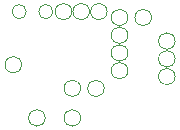
<source format=gbr>
%TF.GenerationSoftware,KiCad,Pcbnew,5.1.6-c6e7f7d~87~ubuntu18.04.1*%
%TF.CreationDate,2020-08-02T18:45:10+02:00*%
%TF.ProjectId,SKnob,534b6e6f-622e-46b6-9963-61645f706362,1.0*%
%TF.SameCoordinates,Original*%
%TF.FileFunction,Legend,Bot*%
%TF.FilePolarity,Positive*%
%FSLAX46Y46*%
G04 Gerber Fmt 4.6, Leading zero omitted, Abs format (unit mm)*
G04 Created by KiCad (PCBNEW 5.1.6-c6e7f7d~87~ubuntu18.04.1) date 2020-08-02 18:45:10*
%MOMM*%
%LPD*%
G01*
G04 APERTURE LIST*
%ADD10C,0.120000*%
G04 APERTURE END LIST*
D10*
%TO.C,TP19*%
X110100000Y-77500000D02*
G75*
G03*
X110100000Y-77500000I-600000J0D01*
G01*
%TO.C,TP18*%
X112350000Y-77500000D02*
G75*
G03*
X112350000Y-77500000I-600000J0D01*
G01*
%TO.C,TP17*%
X113950000Y-77500000D02*
G75*
G03*
X113950000Y-77500000I-700000J0D01*
G01*
%TO.C,TP16*%
X122700000Y-81500000D02*
G75*
G03*
X122700000Y-81500000I-700000J0D01*
G01*
%TO.C,TP15*%
X122700000Y-83000000D02*
G75*
G03*
X122700000Y-83000000I-700000J0D01*
G01*
%TO.C,TP14*%
X118700000Y-82500000D02*
G75*
G03*
X118700000Y-82500000I-700000J0D01*
G01*
%TO.C,TP13*%
X118700000Y-78000000D02*
G75*
G03*
X118700000Y-78000000I-700000J0D01*
G01*
%TO.C,TP12*%
X120700000Y-78000000D02*
G75*
G03*
X120700000Y-78000000I-700000J0D01*
G01*
%TO.C,TP11*%
X118700000Y-79500000D02*
G75*
G03*
X118700000Y-79500000I-700000J0D01*
G01*
%TO.C,TP10*%
X122700000Y-80000000D02*
G75*
G03*
X122700000Y-80000000I-700000J0D01*
G01*
%TO.C,TP9*%
X118700000Y-81000000D02*
G75*
G03*
X118700000Y-81000000I-700000J0D01*
G01*
%TO.C,TP8*%
X109700000Y-82000000D02*
G75*
G03*
X109700000Y-82000000I-700000J0D01*
G01*
%TO.C,TP7*%
X114700000Y-86500000D02*
G75*
G03*
X114700000Y-86500000I-700000J0D01*
G01*
%TO.C,TP6*%
X111700000Y-86500000D02*
G75*
G03*
X111700000Y-86500000I-700000J0D01*
G01*
%TO.C,TP5*%
X116700000Y-84000000D02*
G75*
G03*
X116700000Y-84000000I-700000J0D01*
G01*
%TO.C,TP4*%
X114700000Y-84000000D02*
G75*
G03*
X114700000Y-84000000I-700000J0D01*
G01*
%TO.C,TP3*%
X115450000Y-77500000D02*
G75*
G03*
X115450000Y-77500000I-700000J0D01*
G01*
%TO.C,TP2*%
X116950000Y-77500000D02*
G75*
G03*
X116950000Y-77500000I-700000J0D01*
G01*
%TD*%
M02*

</source>
